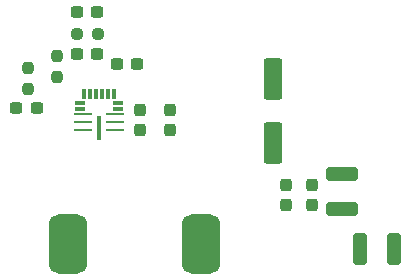
<source format=gbr>
%TF.GenerationSoftware,KiCad,Pcbnew,(6.0.8)*%
%TF.CreationDate,2023-02-08T15:19:57+01:00*%
%TF.ProjectId,power supply prototype,706f7765-7220-4737-9570-706c79207072,rev?*%
%TF.SameCoordinates,Original*%
%TF.FileFunction,Paste,Top*%
%TF.FilePolarity,Positive*%
%FSLAX46Y46*%
G04 Gerber Fmt 4.6, Leading zero omitted, Abs format (unit mm)*
G04 Created by KiCad (PCBNEW (6.0.8)) date 2023-02-08 15:19:57*
%MOMM*%
%LPD*%
G01*
G04 APERTURE LIST*
G04 Aperture macros list*
%AMRoundRect*
0 Rectangle with rounded corners*
0 $1 Rounding radius*
0 $2 $3 $4 $5 $6 $7 $8 $9 X,Y pos of 4 corners*
0 Add a 4 corners polygon primitive as box body*
4,1,4,$2,$3,$4,$5,$6,$7,$8,$9,$2,$3,0*
0 Add four circle primitives for the rounded corners*
1,1,$1+$1,$2,$3*
1,1,$1+$1,$4,$5*
1,1,$1+$1,$6,$7*
1,1,$1+$1,$8,$9*
0 Add four rect primitives between the rounded corners*
20,1,$1+$1,$2,$3,$4,$5,0*
20,1,$1+$1,$4,$5,$6,$7,0*
20,1,$1+$1,$6,$7,$8,$9,0*
20,1,$1+$1,$8,$9,$2,$3,0*%
G04 Aperture macros list end*
%ADD10R,0.914400X0.304800*%
%ADD11R,1.498600X0.254000*%
%ADD12R,0.355600X1.999996*%
%ADD13R,0.304800X0.812800*%
%ADD14RoundRect,0.237500X-0.237500X0.300000X-0.237500X-0.300000X0.237500X-0.300000X0.237500X0.300000X0*%
%ADD15RoundRect,0.237500X0.237500X-0.300000X0.237500X0.300000X-0.237500X0.300000X-0.237500X-0.300000X0*%
%ADD16RoundRect,0.237500X-0.300000X-0.237500X0.300000X-0.237500X0.300000X0.237500X-0.300000X0.237500X0*%
%ADD17RoundRect,0.250000X-0.325000X-1.100000X0.325000X-1.100000X0.325000X1.100000X-0.325000X1.100000X0*%
%ADD18RoundRect,0.812500X-0.812500X-1.687500X0.812500X-1.687500X0.812500X1.687500X-0.812500X1.687500X0*%
%ADD19RoundRect,0.237500X0.300000X0.237500X-0.300000X0.237500X-0.300000X-0.237500X0.300000X-0.237500X0*%
%ADD20RoundRect,0.237500X0.250000X0.237500X-0.250000X0.237500X-0.250000X-0.237500X0.250000X-0.237500X0*%
%ADD21RoundRect,0.250000X-0.550000X1.500000X-0.550000X-1.500000X0.550000X-1.500000X0.550000X1.500000X0*%
%ADD22RoundRect,0.237500X-0.237500X0.250000X-0.237500X-0.250000X0.237500X-0.250000X0.237500X0.250000X0*%
%ADD23RoundRect,0.250000X1.100000X-0.325000X1.100000X0.325000X-1.100000X0.325000X-1.100000X-0.325000X0*%
%ADD24RoundRect,0.237500X0.237500X-0.250000X0.237500X0.250000X-0.237500X0.250000X-0.237500X-0.250000X0*%
G04 APERTURE END LIST*
D10*
%TO.C,U1*%
X130358601Y-84049996D03*
X130358601Y-84549997D03*
D11*
X130650700Y-85050000D03*
X130650700Y-85699999D03*
X130650700Y-86350001D03*
D12*
X132000000Y-86225005D03*
D11*
X133349300Y-86350013D03*
X133349300Y-85699999D03*
X133349300Y-85050013D03*
D10*
X133641399Y-84549997D03*
X133641399Y-84049996D03*
D13*
X133250000Y-83293600D03*
X132750001Y-83293600D03*
X132250000Y-83293600D03*
X131750000Y-83293600D03*
X131249999Y-83293600D03*
X130750000Y-83293600D03*
%TD*%
D14*
%TO.C,Cbyp1*%
X135500000Y-84637500D03*
X135500000Y-86362500D03*
%TD*%
D15*
%TO.C,DNp*%
X147800000Y-92725000D03*
X147800000Y-91000000D03*
%TD*%
D16*
%TO.C,Cc1*%
X130137500Y-76400000D03*
X131862500Y-76400000D03*
%TD*%
D17*
%TO.C,Cout3*%
X154050000Y-96400000D03*
X157000000Y-96400000D03*
%TD*%
D18*
%TO.C,L1*%
X140650000Y-96000000D03*
X129350000Y-96000000D03*
%TD*%
D19*
%TO.C,CF1*%
X131862500Y-79900000D03*
X130137500Y-79900000D03*
%TD*%
D20*
%TO.C,RCOMP1*%
X131912500Y-78200000D03*
X130087500Y-78200000D03*
%TD*%
D21*
%TO.C,CSup2*%
X146750000Y-82050000D03*
X146750000Y-87450000D03*
%TD*%
D16*
%TO.C,CBIAS1*%
X133500000Y-80800000D03*
X135225000Y-80800000D03*
%TD*%
%TO.C,Cbst1*%
X124975000Y-84500000D03*
X126700000Y-84500000D03*
%TD*%
D22*
%TO.C,R_RST1*%
X126000000Y-81087500D03*
X126000000Y-82912500D03*
%TD*%
D15*
%TO.C,DNP*%
X150000000Y-92725000D03*
X150000000Y-91000000D03*
%TD*%
D14*
%TO.C,Csup1*%
X138000000Y-84637500D03*
X138000000Y-86362500D03*
%TD*%
D23*
%TO.C,Cout1*%
X152600000Y-93075000D03*
X152600000Y-90125000D03*
%TD*%
D24*
%TO.C,R_OSC1*%
X128400000Y-81912500D03*
X128400000Y-80087500D03*
%TD*%
M02*

</source>
